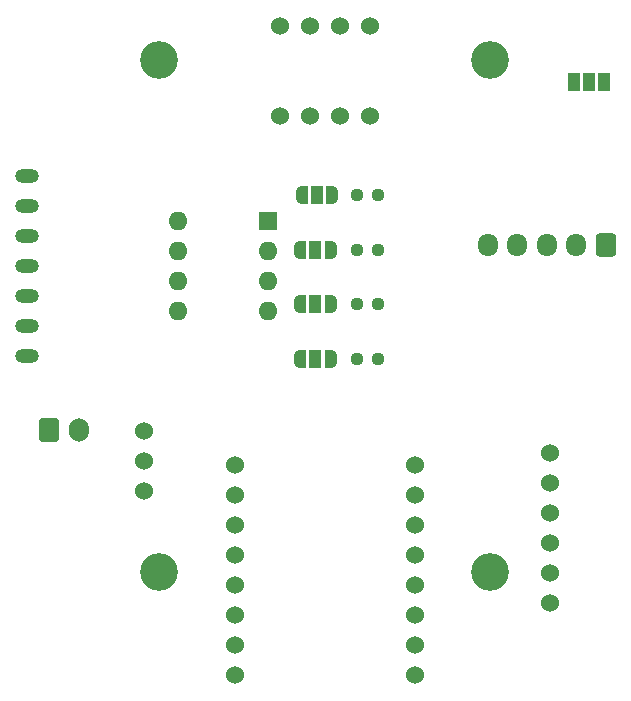
<source format=gbr>
%TF.GenerationSoftware,KiCad,Pcbnew,8.0.3*%
%TF.CreationDate,2024-12-13T14:42:36+09:00*%
%TF.ProjectId,LoRaGPS,4c6f5261-4750-4532-9e6b-696361645f70,rev?*%
%TF.SameCoordinates,Original*%
%TF.FileFunction,Soldermask,Bot*%
%TF.FilePolarity,Negative*%
%FSLAX46Y46*%
G04 Gerber Fmt 4.6, Leading zero omitted, Abs format (unit mm)*
G04 Created by KiCad (PCBNEW 8.0.3) date 2024-12-13 14:42:36*
%MOMM*%
%LPD*%
G01*
G04 APERTURE LIST*
G04 Aperture macros list*
%AMRoundRect*
0 Rectangle with rounded corners*
0 $1 Rounding radius*
0 $2 $3 $4 $5 $6 $7 $8 $9 X,Y pos of 4 corners*
0 Add a 4 corners polygon primitive as box body*
4,1,4,$2,$3,$4,$5,$6,$7,$8,$9,$2,$3,0*
0 Add four circle primitives for the rounded corners*
1,1,$1+$1,$2,$3*
1,1,$1+$1,$4,$5*
1,1,$1+$1,$6,$7*
1,1,$1+$1,$8,$9*
0 Add four rect primitives between the rounded corners*
20,1,$1+$1,$2,$3,$4,$5,0*
20,1,$1+$1,$4,$5,$6,$7,0*
20,1,$1+$1,$6,$7,$8,$9,0*
20,1,$1+$1,$8,$9,$2,$3,0*%
%AMFreePoly0*
4,1,19,0.550000,-0.750000,0.000000,-0.750000,0.000000,-0.744911,-0.071157,-0.744911,-0.207708,-0.704816,-0.327430,-0.627875,-0.420627,-0.520320,-0.479746,-0.390866,-0.500000,-0.250000,-0.500000,0.250000,-0.479746,0.390866,-0.420627,0.520320,-0.327430,0.627875,-0.207708,0.704816,-0.071157,0.744911,0.000000,0.744911,0.000000,0.750000,0.550000,0.750000,0.550000,-0.750000,0.550000,-0.750000,
$1*%
%AMFreePoly1*
4,1,19,0.000000,0.744911,0.071157,0.744911,0.207708,0.704816,0.327430,0.627875,0.420627,0.520320,0.479746,0.390866,0.500000,0.250000,0.500000,-0.250000,0.479746,-0.390866,0.420627,-0.520320,0.327430,-0.627875,0.207708,-0.704816,0.071157,-0.744911,0.000000,-0.744911,0.000000,-0.750000,-0.550000,-0.750000,-0.550000,0.750000,0.000000,0.750000,0.000000,0.744911,0.000000,0.744911,
$1*%
G04 Aperture macros list end*
%ADD10RoundRect,0.250000X0.600000X0.725000X-0.600000X0.725000X-0.600000X-0.725000X0.600000X-0.725000X0*%
%ADD11O,1.700000X1.950000*%
%ADD12C,3.200000*%
%ADD13O,2.000000X1.200000*%
%ADD14RoundRect,0.250000X-0.600000X-0.750000X0.600000X-0.750000X0.600000X0.750000X-0.600000X0.750000X0*%
%ADD15O,1.700000X2.000000*%
%ADD16C,1.524000*%
%ADD17FreePoly0,180.000000*%
%ADD18R,1.000000X1.500000*%
%ADD19FreePoly1,180.000000*%
%ADD20RoundRect,0.237500X0.250000X0.237500X-0.250000X0.237500X-0.250000X-0.237500X0.250000X-0.237500X0*%
%ADD21RoundRect,0.237500X-0.250000X-0.237500X0.250000X-0.237500X0.250000X0.237500X-0.250000X0.237500X0*%
%ADD22R,1.600000X1.600000*%
%ADD23O,1.600000X1.600000*%
G04 APERTURE END LIST*
D10*
%TO.C,J1*%
X101617800Y-71297800D03*
D11*
X99117800Y-71297800D03*
X96617800Y-71297800D03*
X94117800Y-71297800D03*
X91617800Y-71297800D03*
%TD*%
D12*
%TO.C,REF\u002A\u002A*%
X63830200Y-98983800D03*
%TD*%
D13*
%TO.C,U2*%
X52603400Y-80670400D03*
X52603400Y-78130400D03*
X52603400Y-75590400D03*
X52603400Y-73050400D03*
X52603400Y-70510400D03*
X52603400Y-67970400D03*
X52603400Y-65430400D03*
%TD*%
D14*
%TO.C,J2*%
X54477600Y-86948600D03*
D15*
X56977600Y-86948600D03*
%TD*%
D12*
%TO.C,REF\u002A\u002A*%
X91821000Y-55676800D03*
%TD*%
%TO.C,REF\u002A\u002A*%
X63830200Y-55676800D03*
%TD*%
D16*
%TO.C,U7*%
X96926400Y-88950800D03*
X96926400Y-91490800D03*
X96926400Y-94030800D03*
X96926400Y-96570800D03*
X96926400Y-99110800D03*
X96926400Y-101650800D03*
%TD*%
%TO.C,U5*%
X74041000Y-60375800D03*
X76581000Y-60375800D03*
X79121000Y-60375800D03*
X81661000Y-60375800D03*
X81661000Y-52755800D03*
X79121000Y-52755800D03*
X76581000Y-52755800D03*
X74041000Y-52755800D03*
%TD*%
D12*
%TO.C,REF\u002A\u002A*%
X91821000Y-98983800D03*
%TD*%
D16*
%TO.C,U1*%
X70231000Y-107746800D03*
X70231000Y-105206800D03*
X70231000Y-102666800D03*
X70231000Y-100126800D03*
X70231000Y-97586800D03*
X70231000Y-95046800D03*
X70231000Y-92506800D03*
X70231000Y-89966800D03*
X85471000Y-89966800D03*
X85471000Y-92506800D03*
X85471000Y-95046800D03*
X85471000Y-97586800D03*
X85471000Y-100126800D03*
X85471000Y-102666800D03*
X85471000Y-105206800D03*
X85471000Y-107746800D03*
%TD*%
%TO.C,U3*%
X62509400Y-87071200D03*
X62509400Y-89611200D03*
X62509400Y-92151200D03*
%TD*%
D17*
%TO.C,JP5*%
X78333600Y-80924400D03*
D18*
X77033600Y-80924400D03*
D19*
X75733600Y-80924400D03*
%TD*%
D18*
%TO.C,JP6*%
X98903000Y-57521100D03*
X100203000Y-57521100D03*
X101503000Y-57521100D03*
%TD*%
D20*
%TO.C,R2*%
X82370300Y-67106800D03*
X80545300Y-67106800D03*
%TD*%
%TO.C,R3*%
X82370300Y-71704200D03*
X80545300Y-71704200D03*
%TD*%
D21*
%TO.C,R7*%
X80545300Y-80924400D03*
X82370300Y-80924400D03*
%TD*%
D17*
%TO.C,JP4*%
X78342800Y-76301600D03*
D18*
X77042800Y-76301600D03*
D19*
X75742800Y-76301600D03*
%TD*%
D17*
%TO.C,JP2*%
X78469800Y-67106800D03*
D18*
X77169800Y-67106800D03*
D19*
X75869800Y-67106800D03*
%TD*%
D17*
%TO.C,JP3*%
X78342800Y-71704200D03*
D18*
X77042800Y-71704200D03*
D19*
X75742800Y-71704200D03*
%TD*%
D22*
%TO.C,U4*%
X73040400Y-69250400D03*
D23*
X73040400Y-71790400D03*
X73040400Y-74330400D03*
X73040400Y-76870400D03*
X65420400Y-76870400D03*
X65420400Y-74330400D03*
X65420400Y-71790400D03*
X65420400Y-69250400D03*
%TD*%
D20*
%TO.C,R4*%
X82370300Y-76301600D03*
X80545300Y-76301600D03*
%TD*%
M02*

</source>
